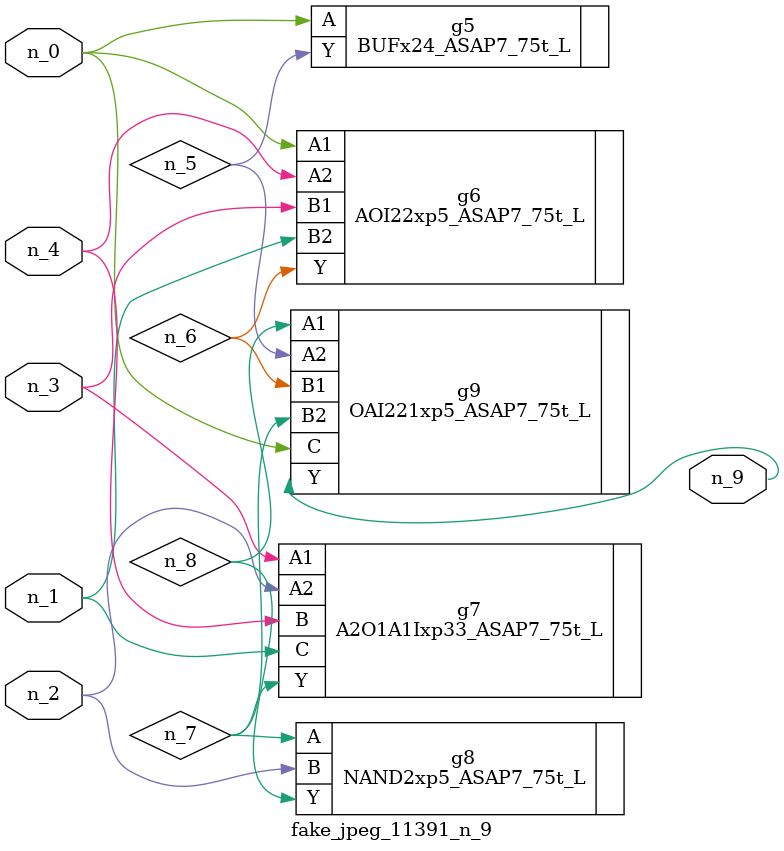
<source format=v>
module fake_jpeg_11391_n_9 (n_3, n_2, n_1, n_0, n_4, n_9);

input n_3;
input n_2;
input n_1;
input n_0;
input n_4;

output n_9;

wire n_8;
wire n_6;
wire n_5;
wire n_7;

BUFx24_ASAP7_75t_L g5 ( 
.A(n_0),
.Y(n_5)
);

AOI22xp5_ASAP7_75t_L g6 ( 
.A1(n_0),
.A2(n_4),
.B1(n_3),
.B2(n_1),
.Y(n_6)
);

A2O1A1Ixp33_ASAP7_75t_L g7 ( 
.A1(n_3),
.A2(n_2),
.B(n_4),
.C(n_1),
.Y(n_7)
);

NAND2xp5_ASAP7_75t_L g8 ( 
.A(n_7),
.B(n_2),
.Y(n_8)
);

OAI221xp5_ASAP7_75t_L g9 ( 
.A1(n_8),
.A2(n_5),
.B1(n_6),
.B2(n_7),
.C(n_0),
.Y(n_9)
);


endmodule
</source>
